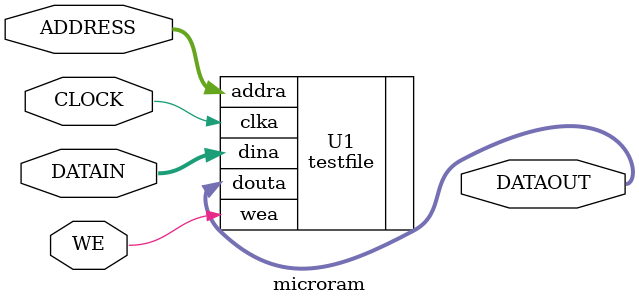
<source format=v>
`timescale 1ns / 1ps
module microram(CLOCK, ADDRESS, DATAOUT, DATAIN, WE);

input CLOCK,WE;
input [8:0]ADDRESS;
input [7:0]DATAIN;
output [7:0]DATAOUT;


// --------- Instantiate 512x8 RAM -----------
testfile U1 (
    .clka(CLOCK),
    .dina(DATAIN), // Bus [7 : 0] 
    .addra(ADDRESS), // Bus [8 : 0] 
    .wea(WE), // Bus [0 : 0] 
    .douta(DATAOUT)); // Bus [7 : 0] 
	 



endmodule

</source>
